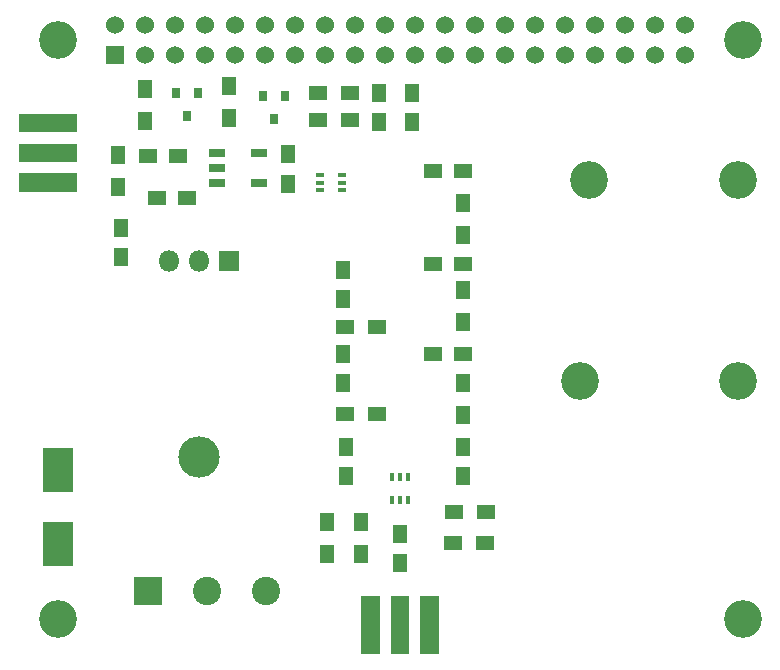
<source format=gts>
G04 #@! TF.FileFunction,Soldermask,Top*
%FSLAX46Y46*%
G04 Gerber Fmt 4.6, Leading zero omitted, Abs format (unit mm)*
G04 Created by KiCad (PCBNEW 4.0.7-e2-6376~61~ubuntu18.04.1) date Tue Nov  6 15:25:27 2018*
%MOMM*%
%LPD*%
G01*
G04 APERTURE LIST*
%ADD10C,0.200000*%
%ADD11R,1.524000X1.524000*%
%ADD12C,1.524000*%
%ADD13R,1.500000X1.250000*%
%ADD14R,1.250000X1.500000*%
%ADD15R,2.500000X3.750000*%
%ADD16R,1.500000X1.300000*%
%ADD17R,2.400000X2.400000*%
%ADD18C,2.400000*%
%ADD19R,0.750000X0.400000*%
%ADD20R,0.400000X0.750000*%
%ADD21R,1.300000X1.500000*%
%ADD22R,1.400000X0.760000*%
%ADD23C,3.200000*%
%ADD24R,0.800000X0.900000*%
%ADD25O,3.500000X3.500000*%
%ADD26R,1.800000X1.800000*%
%ADD27O,1.800000X1.800000*%
%ADD28R,4.900000X1.600000*%
%ADD29R,1.600000X4.900000*%
G04 APERTURE END LIST*
D10*
D11*
X37370000Y-26270000D03*
D12*
X37370000Y-23730000D03*
X50070000Y-26270000D03*
X39910000Y-23730000D03*
X52610000Y-26270000D03*
X42450000Y-23730000D03*
X55150000Y-26270000D03*
X44990000Y-23730000D03*
X57690000Y-26270000D03*
X47530000Y-23730000D03*
X60230000Y-26270000D03*
X50070000Y-23730000D03*
X62770000Y-26270000D03*
X52610000Y-23730000D03*
X65310000Y-26270000D03*
X55150000Y-23730000D03*
X67850000Y-26270000D03*
X57690000Y-23730000D03*
X70390000Y-26270000D03*
X60230000Y-23730000D03*
X72930000Y-26270000D03*
X62770000Y-23730000D03*
X75470000Y-26270000D03*
X65310000Y-23730000D03*
X67850000Y-23730000D03*
X78010000Y-26270000D03*
X70390000Y-23730000D03*
X75470000Y-23730000D03*
X78010000Y-23730000D03*
X80550000Y-23730000D03*
X83090000Y-23730000D03*
X80550000Y-26270000D03*
X83090000Y-26270000D03*
X39910000Y-26270000D03*
X42450000Y-26270000D03*
X44990000Y-26270000D03*
X47530000Y-26270000D03*
X85630000Y-26270000D03*
X85630000Y-23730000D03*
X72930000Y-23730000D03*
D13*
X66782000Y-36068000D03*
X64282000Y-36068000D03*
D14*
X66802000Y-61956000D03*
X66802000Y-59456000D03*
D13*
X64282000Y-43942000D03*
X66782000Y-43942000D03*
X64282000Y-51562000D03*
X66782000Y-51562000D03*
X42652000Y-34798000D03*
X40152000Y-34798000D03*
D14*
X51943000Y-37191000D03*
X51943000Y-34691000D03*
X61468000Y-69322000D03*
X61468000Y-66822000D03*
X56642000Y-46970000D03*
X56642000Y-44470000D03*
X56642000Y-54082000D03*
X56642000Y-51582000D03*
X56896000Y-61956000D03*
X56896000Y-59456000D03*
D13*
X40914000Y-38354000D03*
X43414000Y-38354000D03*
D15*
X32512000Y-61391000D03*
X32512000Y-67641000D03*
D14*
X37846000Y-43414000D03*
X37846000Y-40914000D03*
X62484000Y-31984000D03*
X62484000Y-29484000D03*
X59690000Y-31984000D03*
X59690000Y-29484000D03*
D16*
X66023500Y-64960500D03*
X68723500Y-64960500D03*
D17*
X40132000Y-71628000D03*
D18*
X45132000Y-71628000D03*
X50132000Y-71628000D03*
D19*
X54676000Y-37084000D03*
X56576000Y-37734000D03*
X56576000Y-36434000D03*
X56576000Y-37084000D03*
X54676000Y-36434000D03*
X54676000Y-37734000D03*
D20*
X61468000Y-63942000D03*
X62118000Y-62042000D03*
X60818000Y-62042000D03*
X61468000Y-62042000D03*
X60818000Y-63942000D03*
X62118000Y-63942000D03*
D21*
X66802000Y-41482000D03*
X66802000Y-38782000D03*
X66802000Y-48848000D03*
X66802000Y-46148000D03*
X66802000Y-56722000D03*
X66802000Y-54022000D03*
X37592000Y-34718000D03*
X37592000Y-37418000D03*
D16*
X59516000Y-49276000D03*
X56816000Y-49276000D03*
X59516000Y-56642000D03*
X56816000Y-56642000D03*
X54530000Y-29464000D03*
X57230000Y-29464000D03*
X54530000Y-31750000D03*
X57230000Y-31750000D03*
D21*
X39878000Y-29130000D03*
X39878000Y-31830000D03*
D16*
X68660000Y-67627500D03*
X65960000Y-67627500D03*
D21*
X46990000Y-31576000D03*
X46990000Y-28876000D03*
D22*
X45974000Y-34544000D03*
X45974000Y-35814000D03*
X45974000Y-37084000D03*
X49530000Y-37084000D03*
X49530000Y-34544000D03*
D23*
X32500000Y-74000000D03*
X90500000Y-74000000D03*
X32500000Y-25000000D03*
X90500000Y-25000000D03*
D24*
X44384000Y-29480000D03*
X42484000Y-29480000D03*
X43434000Y-31480000D03*
X51750000Y-29734000D03*
X49850000Y-29734000D03*
X50800000Y-31734000D03*
D25*
X44450000Y-60348000D03*
D26*
X46990000Y-43688000D03*
D27*
X44450000Y-43688000D03*
X41910000Y-43688000D03*
D21*
X55245000Y-65833000D03*
X55245000Y-68533000D03*
D28*
X31623000Y-34544000D03*
X31623000Y-37024000D03*
X31623000Y-32064000D03*
X31623000Y-32004000D03*
X31623000Y-37084000D03*
D29*
X61468000Y-74549000D03*
X63948000Y-74549000D03*
X58988000Y-74549000D03*
X58928000Y-74549000D03*
X64008000Y-74549000D03*
D21*
X58166000Y-68533000D03*
X58166000Y-65833000D03*
D23*
X90043000Y-36830000D03*
X77470000Y-36830000D03*
X76708000Y-53848000D03*
X90043000Y-53848000D03*
M02*

</source>
